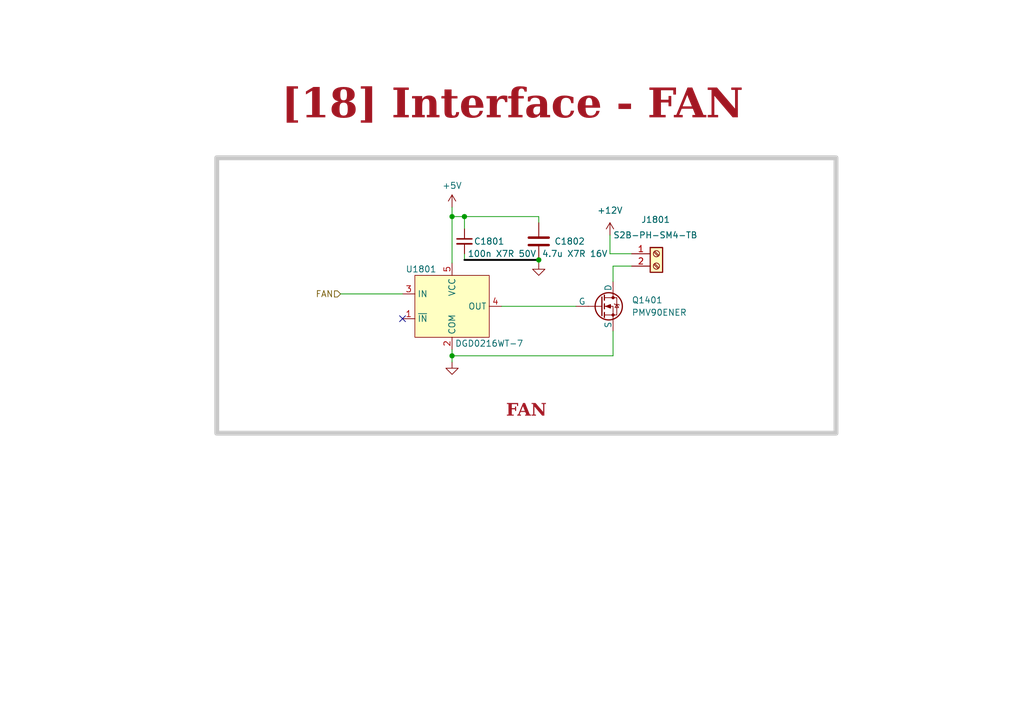
<source format=kicad_sch>
(kicad_sch (version 20230121) (generator eeschema)
  (paper "A5")
  (lib_symbols
    (symbol "0_gate_driver:DGD0216WT-7"
      (property "Reference" "U" (at -7.62 7.62 0))
      (property "Value" "DGD0216WT-7" (at 7.62 -7.62 0))
      (symbol "DGD0216WT-7_1_1"
        (rectangle (start -7.62 6.35) (end 7.62 -6.35) (fill (type background)))
        (pin input line (at -10.16 -2.54 0) (length 2.54) (name "~{IN}") (number "1"))
        (pin passive line (at 0 -8.89 90) (length 2.54) (name "COM") (number "2"))
        (pin input line (at -10.16 2.54 0) (length 2.54) (name "IN") (number "3"))
        (pin output line (at 10.16 0 180) (length 2.54) (name "OUT") (number "4"))
        (pin power_in line (at 0 8.89 270) (length 2.54) (name "VCC") (number "5"))
      )
    )
    (symbol "Connector:Screw_Terminal_01x02" (pin_names (offset 1.016) hide)
      (property "Reference" "J" (at 0 2.54 0))
      (property "Value" "Screw_Terminal_01x02" (at 0 -5.08 0))
      (symbol "Screw_Terminal_01x02_1_1"
        (rectangle (start -1.27 1.27) (end 1.27 -3.81) (stroke (width 0.254)) (fill (type background)))
        (circle (center 0 -2.54) (radius 0.635) (stroke (width 0.1524)))
        (polyline (pts (xy -0.5334 -2.2098) (xy 0.3302 -3.048)) (stroke (width 0.1524)))
        (polyline (pts (xy -0.5334 0.3302) (xy 0.3302 -0.508)) (stroke (width 0.1524)))
        (polyline (pts (xy -0.3556 -2.032) (xy 0.508 -2.8702)) (stroke (width 0.1524)))
        (polyline (pts (xy -0.3556 0.508) (xy 0.508 -0.3302)) (stroke (width 0.1524)))
        (circle (center 0 0) (radius 0.635) (stroke (width 0.1524)))
        (pin passive line (at -5.08 0 0) (length 3.81) (name "Pin_1") (number "1"))
        (pin passive line (at -5.08 -2.54 0) (length 3.81) (name "Pin_2") (number "2"))
      )
    )
    (symbol "Device:C" (pin_numbers hide) (pin_names (offset 0.254))
      (property "Reference" "C" (at 0.635 2.54 0))
      (property "Value" "C" (at 0.635 -2.54 0))
      (symbol "C_0_1"
        (polyline (pts (xy -2.032 -0.762) (xy 2.032 -0.762)) (stroke (width 0.508)))
        (polyline (pts (xy -2.032 0.762) (xy 2.032 0.762)) (stroke (width 0.508)))
      )
      (symbol "C_1_1"
        (pin passive line (at 0 3.81 270) (length 2.794) (name "~") (number "1"))
        (pin passive line (at 0 -3.81 90) (length 2.794) (name "~") (number "2"))
      )
    )
    (symbol "Device:C_Small" (pin_numbers hide) (pin_names (offset 0.254) hide)
      (property "Reference" "C" (at 0.254 1.778 0))
      (property "Value" "C_Small" (at 0.254 -2.032 0))
      (symbol "C_Small_0_1"
        (polyline (pts (xy -1.524 -0.508) (xy 1.524 -0.508)) (stroke (width 0.3302)))
        (polyline (pts (xy -1.524 0.508) (xy 1.524 0.508)) (stroke (width 0.3048)))
      )
      (symbol "C_Small_1_1"
        (pin passive line (at 0 2.54 270) (length 2.032) (name "~") (number "1"))
        (pin passive line (at 0 -2.54 90) (length 2.032) (name "~") (number "2"))
      )
    )
    (symbol "NMOS_1" (pin_numbers hide) (pin_names (offset 0))
      (property "Reference" "Q1501" (at 6.35 1.27 0))
      (property "Value" "PMV90ENER" (at 6.35 -1.27 0))
      (symbol "NMOS_1_0_1"
        (polyline (pts (xy 0.254 0) (xy -2.54 0)))
        (polyline (pts (xy 0.254 1.905) (xy 0.254 -1.905)) (stroke (width 0.254)))
        (polyline (pts (xy 0.762 -1.27) (xy 0.762 -2.286)) (stroke (width 0.254)))
        (polyline (pts (xy 0.762 0.508) (xy 0.762 -0.508)) (stroke (width 0.254)))
        (polyline (pts (xy 0.762 2.286) (xy 0.762 1.27)) (stroke (width 0.254)))
        (polyline (pts (xy 2.54 2.54) (xy 2.54 1.778)))
        (polyline (pts (xy 2.54 -2.54) (xy 2.54 0) (xy 0.762 0)))
        (polyline (pts (xy 0.762 -1.778) (xy 3.302 -1.778) (xy 3.302 1.778) (xy 0.762 1.778)))
        (polyline (pts (xy 1.016 0) (xy 2.032 0.381) (xy 2.032 -0.381) (xy 1.016 0)) (fill (type outline)))
        (polyline (pts (xy 2.794 0.508) (xy 2.921 0.381) (xy 3.683 0.381) (xy 3.81 0.254)))
        (polyline (pts (xy 3.302 0.381) (xy 2.921 -0.254) (xy 3.683 -0.254) (xy 3.302 0.381)))
        (circle (center 1.651 0) (radius 2.794) (stroke (width 0.254)))
        (circle (center 2.54 -1.778) (radius 0.254) (fill (type outline)))
        (circle (center 2.54 1.778) (radius 0.254) (fill (type outline)))
      )
      (symbol "NMOS_1_1_1"
        (pin input line (at -5.08 0 0) (length 2.54) (name "G") (number "1"))
        (pin passive line (at 2.54 -5.08 90) (length 2.54) (name "S") (number "2"))
        (pin passive line (at 2.54 5.08 270) (length 2.54) (name "D") (number "3"))
      )
    )
    (symbol "power:+12V" (power) (pin_names (offset 0))
      (property "Value" "+12V" (at 0 3.556 0))
      (symbol "+12V_0_1"
        (polyline (pts (xy -0.762 1.27) (xy 0 2.54)))
        (polyline (pts (xy 0 0) (xy 0 2.54)))
        (polyline (pts (xy 0 2.54) (xy 0.762 1.27)))
      )
      (symbol "+12V_1_1"
        (pin power_in line (at 0 0 90) (length 0) hide (name "+12V") (number "1"))
      )
    )
    (symbol "power:+5V" (power) (pin_names (offset 0))
      (property "Value" "+5V" (at 0 3.556 0))
      (symbol "+5V_0_1"
        (polyline (pts (xy -0.762 1.27) (xy 0 2.54)))
        (polyline (pts (xy 0 0) (xy 0 2.54)))
        (polyline (pts (xy 0 2.54) (xy 0.762 1.27)))
      )
      (symbol "+5V_1_1"
        (pin power_in line (at 0 0 90) (length 0) hide (name "+5V") (number "1"))
      )
    )
    (symbol "power:GND" (power) (pin_names (offset 0))
      (property "Value" "GND" (at 0 -3.81 0))
      (symbol "GND_0_1"
        (polyline (pts (xy 0 0) (xy 0 -1.27) (xy 1.27 -1.27) (xy 0 -2.54) (xy -1.27 -1.27) (xy 0 -1.27)))
      )
      (symbol "GND_1_1"
        (pin power_in line (at 0 0 270) (length 0) hide (name "GND") (number "1"))
      )
    )
  )
  (junction (at 95.25 44.45))
  (junction (at 110.49 53.34))
  (junction (at 92.71 73.025))
  (junction (at 92.71 44.45))
  (no_connect (at 82.55 65.405))
  (wire (pts (xy 125.73 67.945) (xy 125.73 73.025)))
  (wire (pts (xy 92.71 71.755) (xy 92.71 73.025)))
  (wire (pts (xy 95.25 44.45) (xy 110.49 44.45)))
  (wire (pts (xy 110.49 53.34) (xy 95.25 53.34)) (stroke (width 0.381) (color 0 0 0 1)))
  (wire (pts (xy 110.49 53.975) (xy 110.49 53.34)))
  (wire (pts (xy 125.095 48.26) (xy 125.095 52.07)))
  (wire (pts (xy 102.87 62.865) (xy 118.11 62.865)))
  (wire (pts (xy 110.49 45.72) (xy 110.49 44.45)))
  (wire (pts (xy 125.73 54.61) (xy 125.73 57.785)))
  (wire (pts (xy 92.71 44.45) (xy 95.25 44.45)))
  (wire (pts (xy 129.54 52.07) (xy 125.095 52.07)))
  (wire (pts (xy 95.25 44.45) (xy 95.25 46.99)))
  (wire (pts (xy 125.73 54.61) (xy 129.54 54.61)))
  (wire (pts (xy 92.71 73.025) (xy 92.71 74.295)))
  (wire (pts (xy 69.85 60.325) (xy 82.55 60.325)))
  (wire (pts (xy 95.25 52.07) (xy 95.25 53.34)))
  (wire (pts (xy 92.71 42.545) (xy 92.71 44.45)))
  (wire (pts (xy 92.71 44.45) (xy 92.71 53.975)))
  (wire (pts (xy 92.71 73.025) (xy 125.73 73.025)))
  (rectangle (start 44.45 32.385) (end 171.45 88.9) (stroke (width 1) (color 200 200 200 1)))
  (text_box "FAN\n" (at 44.45 78.105 0) (size 127 9.525) (stroke (width -0.0001)) (effects (font (size 2.54 2.54) (thickness 0.508) bold) (justify bottom)))
  (text_box "[18] Interface - FAN\n\n" (at 12.065 15.24 0) (size 186.055 12.7) (stroke (width -0.0001)) (effects (font (size 6 6) (thickness 1.2) bold)))
  (hierarchical_label "FAN" (shape input) (at 69.85 60.325 180))
  (symbol (lib_id "power:GND") (at 110.49 53.975 0) (mirror y) (unit 1)
    (property "Reference" "#PWR01803" (effects hide))
    (property "Value" "GND" (effects hide))
  )
  (symbol (lib_id "Device:C") (at 110.49 49.53 0) (unit 1)
    (property "Reference" "C1802" (at 113.665 49.53 0) (effects (justify left)))
    (property "Value" "4.7u X7R 16V" (at 111.125 52.07 0) (effects (justify left)))
    (property "Footprint" "0_capacitor_smd:C_0603_1608_DensityHigh" (effects hide))
    (property "Datasheet" "https://search.murata.co.jp/Ceramy/image/img/A01X/G101/ENG/GRM188Z71C475KE21-01A.pdf" (effects hide))
    (property "Description" "4.7 µF ±10% 16V Ceramic Capacitor X7R 0603 (1608 Metric)" (effects hide))
    (property "Manufacturer" "Murata Electronics" (effects hide))
    (property "Manufacturer Part Number" "GRM188Z71C475KE21J" (effects hide))
    (property "Supplier 1" "Digikey" (effects hide))
    (property "Supplier Part Number 1" "490-GRM188Z71C475KE21JCT-ND" (effects hide))
  )
  (symbol (lib_id "power:+5V") (at 92.71 42.545 0) (unit 1)
    (property "Reference" "#PWR01801" (effects hide))
    (property "Value" "+5V" (at 92.71 38.1 0))
  )
  (symbol (lib_id "Connector:Screw_Terminal_01x02") (at 134.62 52.07 0) (unit 1)
    (property "Reference" "J1801" (at 131.445 45.085 0) (effects (justify left)))
    (property "Value" "S2B-PH-SM4-TB" (at 125.73 48.26 0) (effects (justify left)))
    (property "Footprint" "0_connectors:JST_PH_S2B-PH-SM4-TB_1x02-1MP_P2.00mm_Horizontal" (effects hide))
  )
  (symbol (lib_id "0_gate_driver:DGD0216WT-7") (at 92.71 62.865 0) (unit 1)
    (property "Reference" "U1801" (at 86.36 55.245 0))
    (property "Value" "DGD0216WT-7" (at 100.33 70.485 0))
    (property "Footprint" "Package_TO_SOT_SMD:TSOT-23-5" (effects hide))
    (property "Datasheet" "https://www.diodes.com/assets/Datasheets/DGD0215-0216.pdf" (effects hide))
  )
  (symbol (lib_name "NMOS_1") (lib_id "Simulation_SPICE:NMOS") (at 123.19 62.865 0) (unit 1)
    (property "Reference" "Q1401" (at 129.54 61.595 0) (effects (justify left)))
    (property "Value" "PMV90ENER" (at 129.54 64.135 0) (effects (justify left)))
    (property "Footprint" "0_package_SOT_TO_SMD:SOT-23-3" (effects hide))
    (property "Datasheet" "https://ngspice.sourceforge.io/docs/ngspice-manual.pdf" (effects hide))
    (property "Sim.Device" "NMOS" (effects hide))
    (property "Sim.Type" "VDMOS" (effects hide))
    (property "Sim.Pins" "1=D 2=G 3=S" (effects hide))
    (instances (project "smps_legged_robot" (path "" (reference "Q1401") (unit 1)) (path "" (reference "Q1501") (unit 1))))
  )
  (symbol (lib_id "Device:C_Small") (at 95.25 49.53 0) (unit 1)
    (property "Reference" "C1801" (at 97.155 49.53 0) (effects (justify left)))
    (property "Value" "100n X7R 50V" (at 95.885 52.07 0) (effects (justify left)))
    (property "Footprint" "0_capacitor_smd:C_0402_1005_DensityHigh" (effects hide))
    (property "Datasheet" "https://search.murata.co.jp/Ceramy/image/img/A01X/G101/ENG/GCM155R71H104KE02-01.pdf" (effects hide))
    (property "Description" "0.1 µF ±10% 50V Ceramic Capacitor X7R 0402 (1005 Metric)" (effects hide))
    (property "Manufacturer" "Murata Electronics" (effects hide))
    (property "Manufacturer Part Number" "GCM155R71H104KE02J" (effects hide))
    (property "Supplier 1" "Digikey" (effects hide))
    (property "Supplier Part Number 1" "490-14514-1-ND" (effects hide))
  )
  (symbol (lib_id "power:+12V") (at 125.095 48.26 0) (unit 1)
    (property "Reference" "#PWR01804" (effects hide))
    (property "Value" "+12V" (at 125.095 43.18 0))
  )
  (symbol (lib_id "power:GND") (at 92.71 74.295 0) (unit 1)
    (property "Reference" "#PWR01802" (effects hide))
    (property "Value" "GND" (effects hide))
  )
)
</source>
